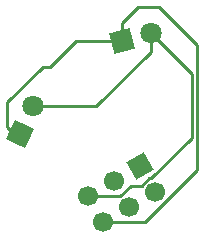
<source format=gbr>
%TF.GenerationSoftware,KiCad,Pcbnew,9.0.0*%
%TF.CreationDate,2025-05-05T09:11:19-07:00*%
%TF.ProjectId,DC33_Cnet_Badge_SAO,44433333-5f43-46e6-9574-5f4261646765,rev?*%
%TF.SameCoordinates,Original*%
%TF.FileFunction,Copper,L2,Bot*%
%TF.FilePolarity,Positive*%
%FSLAX46Y46*%
G04 Gerber Fmt 4.6, Leading zero omitted, Abs format (unit mm)*
G04 Created by KiCad (PCBNEW 9.0.0) date 2025-05-05 09:11:19*
%MOMM*%
%LPD*%
G01*
G04 APERTURE LIST*
G04 Aperture macros list*
%AMHorizOval*
0 Thick line with rounded ends*
0 $1 width*
0 $2 $3 position (X,Y) of the first rounded end (center of the circle)*
0 $4 $5 position (X,Y) of the second rounded end (center of the circle)*
0 Add line between two ends*
20,1,$1,$2,$3,$4,$5,0*
0 Add two circle primitives to create the rounded ends*
1,1,$1,$2,$3*
1,1,$1,$4,$5*%
%AMRotRect*
0 Rectangle, with rotation*
0 The origin of the aperture is its center*
0 $1 length*
0 $2 width*
0 $3 Rotation angle, in degrees counterclockwise*
0 Add horizontal line*
21,1,$1,$2,0,0,$3*%
G04 Aperture macros list end*
%TA.AperFunction,ComponentPad*%
%ADD10RotRect,1.800000X1.800000X65.000000*%
%TD*%
%TA.AperFunction,ComponentPad*%
%ADD11C,1.800000*%
%TD*%
%TA.AperFunction,ComponentPad*%
%ADD12RotRect,1.800000X1.800000X15.000000*%
%TD*%
%TA.AperFunction,ComponentPad*%
%ADD13RotRect,1.700000X1.700000X120.000000*%
%TD*%
%TA.AperFunction,ComponentPad*%
%ADD14HorizOval,1.700000X0.000000X0.000000X0.000000X0.000000X0*%
%TD*%
%TA.AperFunction,Conductor*%
%ADD15C,0.250000*%
%TD*%
G04 APERTURE END LIST*
D10*
%TO.P,D2,1,K*%
%TO.N,GND*%
X147261162Y-104555543D03*
D11*
%TO.P,D2,2,A*%
%TO.N,+3.3V*%
X148334612Y-102253521D03*
%TD*%
D12*
%TO.P,D1,1,K*%
%TO.N,GND*%
X155900000Y-96700000D03*
D11*
%TO.P,D1,2,A*%
%TO.N,+3.3V*%
X158353452Y-96042600D03*
%TD*%
D13*
%TO.P,J1,1,Pin_1*%
%TO.N,unconnected-(J1-Pad1)*%
X157441714Y-107320328D03*
D14*
%TO.P,J1,2,Pin_2*%
%TO.N,unconnected-(J1-Pad2)*%
X158711714Y-109520033D03*
%TO.P,J1,3,Pin_3*%
%TO.N,unconnected-(J1-Pad3)*%
X155242009Y-108590328D03*
%TO.P,J1,4,Pin_4*%
%TO.N,unconnected-(J1-Pad4)*%
X156512009Y-110790033D03*
%TO.P,J1,5,Pin_5*%
%TO.N,+3.3V*%
X153042305Y-109860328D03*
%TO.P,J1,6,Pin_6*%
%TO.N,GND*%
X154312305Y-112060033D03*
%TD*%
D15*
%TO.N,GND*%
X157833415Y-112060033D02*
X162250000Y-107643448D01*
X149200000Y-98900000D02*
X146200000Y-101900000D01*
X155900000Y-95200000D02*
X155900000Y-96700000D01*
X162250000Y-107643448D02*
X162250000Y-97050000D01*
X149800000Y-98900000D02*
X149200000Y-98900000D01*
X162250000Y-97050000D02*
X159000000Y-93800000D01*
X154312305Y-112060033D02*
X157833415Y-112060033D01*
X146755543Y-104555543D02*
X147261162Y-104555543D01*
X157300000Y-93800000D02*
X155900000Y-95200000D01*
X152000000Y-96700000D02*
X149800000Y-98900000D01*
X146200000Y-104000000D02*
X146755543Y-104555543D01*
X159000000Y-93800000D02*
X157300000Y-93800000D01*
X155900000Y-96700000D02*
X152000000Y-96700000D01*
X146200000Y-101900000D02*
X146200000Y-104000000D01*
%TO.N,+3.3V*%
X158354967Y-108345033D02*
X161800000Y-104900000D01*
X161800000Y-99489148D02*
X158353452Y-96042600D01*
X158353452Y-97646548D02*
X153746479Y-102253521D01*
X158353452Y-96042600D02*
X158353452Y-97646548D01*
X161800000Y-104900000D02*
X161800000Y-99489148D01*
X155780013Y-109860328D02*
X156640341Y-109000000D01*
X153746479Y-102253521D02*
X148334612Y-102253521D01*
X158225013Y-108345033D02*
X158354967Y-108345033D01*
X156640341Y-109000000D02*
X157570046Y-109000000D01*
X157570046Y-109000000D02*
X158225013Y-108345033D01*
X153042305Y-109860328D02*
X155780013Y-109860328D01*
%TD*%
M02*

</source>
